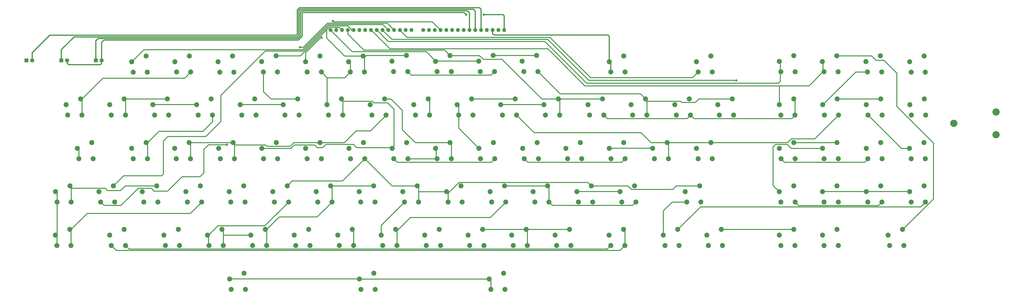
<source format=gbr>
%TF.GenerationSoftware,KiCad,Pcbnew,8.0.7*%
%TF.CreationDate,2025-01-29T20:52:18+00:00*%
%TF.ProjectId,Master-Keyboard_MX,4d617374-6572-42d4-9b65-79626f617264,rev?*%
%TF.SameCoordinates,Original*%
%TF.FileFunction,Copper,L1,Top*%
%TF.FilePolarity,Positive*%
%FSLAX46Y46*%
G04 Gerber Fmt 4.6, Leading zero omitted, Abs format (unit mm)*
G04 Created by KiCad (PCBNEW 8.0.7) date 2025-01-29 20:52:18*
%MOMM*%
%LPD*%
G01*
G04 APERTURE LIST*
%TA.AperFunction,ComponentPad*%
%ADD10C,2.200000*%
%TD*%
%TA.AperFunction,ComponentPad*%
%ADD11R,1.800000X1.800000*%
%TD*%
%TA.AperFunction,ComponentPad*%
%ADD12C,1.800000*%
%TD*%
%TA.AperFunction,ComponentPad*%
%ADD13C,1.700000*%
%TD*%
%TA.AperFunction,ComponentPad*%
%ADD14O,1.700000X1.700000*%
%TD*%
%TA.AperFunction,ComponentPad*%
%ADD15C,3.200000*%
%TD*%
%TA.AperFunction,ViaPad*%
%ADD16C,1.000000*%
%TD*%
%TA.AperFunction,Conductor*%
%ADD17C,0.400000*%
%TD*%
%TA.AperFunction,Conductor*%
%ADD18C,0.500000*%
%TD*%
G04 APERTURE END LIST*
D10*
%TO.P,SW60,1,A*%
%TO.N,ROW2*%
X147275000Y-246520000D03*
X147855000Y-253590000D03*
%TO.P,SW60,2,B*%
%TO.N,COL4*%
X140925000Y-249060000D03*
X141625000Y-253590000D03*
%TD*%
%TO.P,SW55,1,A*%
%TO.N,ROW1*%
X109055000Y-246520000D03*
X109635000Y-253590000D03*
%TO.P,SW55,2,B*%
%TO.N,COL2*%
X102705000Y-249060000D03*
X103405000Y-253590000D03*
%TD*%
%TO.P,SW45,1,A*%
%TO.N,ROW5*%
X342520000Y-284705000D03*
X343100000Y-291775000D03*
%TO.P,SW45,2,B*%
%TO.N,COL11*%
X336170000Y-287245000D03*
X336870000Y-291775000D03*
%TD*%
%TO.P,SW1,1,A*%
%TO.N,ROW7*%
X80255000Y-227310000D03*
X80835000Y-234380000D03*
%TO.P,SW1,2,B*%
%TO.N,COL2*%
X73905000Y-229850000D03*
X74605000Y-234380000D03*
%TD*%
%TO.P,SW41,1,A*%
%TO.N,ROW5*%
X285375000Y-265555000D03*
X285955000Y-272625000D03*
%TO.P,SW41,2,B*%
%TO.N,COL9*%
X279025000Y-268095000D03*
X279725000Y-272625000D03*
%TD*%
%TO.P,SW90,1,A*%
%TO.N,ROW6*%
X152075000Y-304025000D03*
X152655000Y-311095000D03*
%TO.P,SW90,2,B*%
%TO.N,COL4*%
X145725000Y-306565000D03*
X146425000Y-311095000D03*
%TD*%
%TO.P,SW82,1,A*%
%TO.N,ROW1*%
X347540000Y-227310000D03*
X348120000Y-234380000D03*
%TO.P,SW82,2,B*%
%TO.N,COL11*%
X341190000Y-229850000D03*
X341890000Y-234380000D03*
%TD*%
%TO.P,SW88,1,A*%
%TO.N,ROW1*%
X393435000Y-227310000D03*
X394015000Y-234380000D03*
%TO.P,SW88,2,B*%
%TO.N,COL13*%
X387085000Y-229850000D03*
X387785000Y-234380000D03*
%TD*%
%TO.P,SW14,1,A*%
%TO.N,ROW6*%
X85165000Y-246520000D03*
X85745000Y-253590000D03*
%TO.P,SW14,2,B*%
%TO.N,COL2*%
X78815000Y-249060000D03*
X79515000Y-253590000D03*
%TD*%
%TO.P,SW36,1,A*%
%TO.N,ROW4*%
X204495000Y-246520000D03*
X205075000Y-253590000D03*
%TO.P,SW36,2,B*%
%TO.N,COL6*%
X198145000Y-249060000D03*
X198845000Y-253590000D03*
%TD*%
%TO.P,SW30,1,A*%
%TO.N,ROW4*%
X113695000Y-265555000D03*
X114275000Y-272625000D03*
%TO.P,SW30,2,B*%
%TO.N,COL3*%
X107345000Y-268095000D03*
X108045000Y-272625000D03*
%TD*%
%TO.P,SW87,1,A*%
%TO.N,ROW2*%
X431690000Y-227310000D03*
X432270000Y-234380000D03*
%TO.P,SW87,2,B*%
%TO.N,COL13*%
X425340000Y-229850000D03*
X426040000Y-234380000D03*
%TD*%
D11*
%TO.P,D15,1,K*%
%TO.N,LED2*%
X71820000Y-210345000D03*
D12*
%TO.P,D15,2,A*%
%TO.N,+5V*%
X74360000Y-210345000D03*
%TD*%
D10*
%TO.P,SW16,1,A*%
%TO.N,ROW6*%
X209075000Y-304025000D03*
X209655000Y-311095000D03*
%TO.P,SW16,2,B*%
%TO.N,COL4*%
X202725000Y-306565000D03*
X203425000Y-311095000D03*
%TD*%
%TO.P,SW37,1,A*%
%TO.N,ROW5*%
X218605000Y-284705000D03*
X219185000Y-291775000D03*
%TO.P,SW37,2,B*%
%TO.N,COL7*%
X212255000Y-287245000D03*
X212955000Y-291775000D03*
%TD*%
%TO.P,SW21,1,A*%
%TO.N,ROW6*%
X275915000Y-284705000D03*
X276495000Y-291775000D03*
%TO.P,SW21,2,B*%
%TO.N,COL9*%
X269565000Y-287245000D03*
X270265000Y-291775000D03*
%TD*%
%TO.P,SW38,1,A*%
%TO.N,ROW4*%
X228145000Y-265555000D03*
X228725000Y-272625000D03*
%TO.P,SW38,2,B*%
%TO.N,COL7*%
X221795000Y-268095000D03*
X222495000Y-272625000D03*
%TD*%
%TO.P,SW67,1,A*%
%TO.N,COL6*%
X185420000Y-208360000D03*
X186000000Y-215430000D03*
%TO.P,SW67,2,B*%
%TO.N,ROW1*%
X179070000Y-210900000D03*
X179770000Y-215430000D03*
%TD*%
D13*
%TO.P,PL1,1,Pin_1*%
%TO.N,COL8*%
X190040000Y-197000000D03*
D14*
%TO.P,PL1,2,Pin_2*%
%TO.N,BATT*%
X192580000Y-197000000D03*
%TO.P,PL1,3,Pin_3*%
%TO.N,ROW7*%
X195120000Y-197000000D03*
%TO.P,PL1,4,Pin_4*%
%TO.N,ROW1*%
X197660000Y-197000000D03*
%TO.P,PL1,5,Pin_5*%
%TO.N,ROW0*%
X200200000Y-197000000D03*
%TO.P,PL1,6,Pin_6*%
%TO.N,ROW5*%
X202740000Y-197000000D03*
%TO.P,PL1,7,Pin_7*%
%TO.N,ROW6*%
X205280000Y-197000000D03*
%TO.P,PL1,8,Pin_8*%
%TO.N,COL13*%
X207820000Y-197000000D03*
%TO.P,PL1,9,Pin_9*%
%TO.N,COL12*%
X210360000Y-197000000D03*
%TO.P,PL1,10,Pin_10*%
%TO.N,COL14*%
X212900000Y-197000000D03*
%TO.P,PL1,11,Pin_11*%
%TO.N,COL2*%
X215440000Y-197000000D03*
%TO.P,PL1,12,Pin_12*%
%TO.N,COL4*%
X217980000Y-197000000D03*
%TO.P,PL1,13,Pin_13*%
%TO.N,COL11*%
X220520000Y-197000000D03*
%TO.P,PL1,14,Pin_14*%
%TO.N,COL6*%
X223060000Y-197000000D03*
%TO.P,PL1,15,Pin_15*%
%TO.N,COL7*%
X225600000Y-197000000D03*
%TD*%
D10*
%TO.P,SW20,1,A*%
%TO.N,ROW6*%
X256805000Y-284705000D03*
X257385000Y-291775000D03*
%TO.P,SW20,2,B*%
%TO.N,COL8*%
X250455000Y-287245000D03*
X251155000Y-291775000D03*
%TD*%
%TO.P,SW39,1,A*%
%TO.N,ROW5*%
X266425000Y-265555000D03*
X267005000Y-272625000D03*
%TO.P,SW39,2,B*%
%TO.N,COL8*%
X260075000Y-268095000D03*
X260775000Y-272625000D03*
%TD*%
%TO.P,SW10,1,A*%
%TO.N,ROW7*%
X366430000Y-227310000D03*
X367010000Y-234380000D03*
%TO.P,SW10,2,B*%
%TO.N,COL11*%
X360080000Y-229850000D03*
X360780000Y-234380000D03*
%TD*%
%TO.P,SW8,1,A*%
%TO.N,ROW7*%
X280540000Y-208150000D03*
X281120000Y-215220000D03*
%TO.P,SW8,2,B*%
%TO.N,COL9*%
X274190000Y-210690000D03*
X274890000Y-215220000D03*
%TD*%
%TO.P,SW23,1,A*%
%TO.N,ROW6*%
X361590000Y-284705000D03*
X362170000Y-291775000D03*
%TO.P,SW23,2,B*%
%TO.N,COL11*%
X355240000Y-287245000D03*
X355940000Y-291775000D03*
%TD*%
%TO.P,SW64,1,A*%
%TO.N,COL5*%
X175640000Y-227310000D03*
X176220000Y-234380000D03*
%TO.P,SW64,2,B*%
%TO.N,ROW1*%
X169290000Y-229850000D03*
X169990000Y-234380000D03*
%TD*%
%TO.P,SW32,1,A*%
%TO.N,COL4*%
X142335000Y-284705000D03*
X142915000Y-291775000D03*
%TO.P,SW32,2,B*%
%TO.N,ROW4*%
X135985000Y-287245000D03*
X136685000Y-291775000D03*
%TD*%
%TO.P,SW27,1,A*%
%TO.N,ROW5*%
X75505000Y-284705000D03*
X76085000Y-291775000D03*
%TO.P,SW27,2,B*%
%TO.N,COL2*%
X69155000Y-287245000D03*
X69855000Y-291775000D03*
%TD*%
D13*
%TO.P,PL2,1,Pin_1*%
%TO.N,COL10*%
X230720000Y-197000000D03*
D14*
%TO.P,PL2,2,Pin_2*%
%TO.N,COL9*%
X233260000Y-197000000D03*
%TO.P,PL2,3,Pin_3*%
%TO.N,COL5*%
X235800000Y-197000000D03*
%TO.P,PL2,4,Pin_4*%
%TO.N,COL3*%
X238340000Y-197000000D03*
%TO.P,PL2,5,Pin_5*%
%TO.N,ROW2*%
X240880000Y-197000000D03*
%TO.P,PL2,6,Pin_6*%
%TO.N,ROW3*%
X243420000Y-197000000D03*
%TO.P,PL2,7,Pin_7*%
%TO.N,ROW4*%
X245960000Y-197000000D03*
%TO.P,PL2,8,Pin_8*%
%TO.N,COL0*%
X248500000Y-197000000D03*
%TO.P,PL2,9,Pin_9*%
%TO.N,LED3*%
X251040000Y-197000000D03*
%TO.P,PL2,10,Pin_10*%
%TO.N,LED2*%
X253580000Y-197000000D03*
%TO.P,PL2,11,Pin_11*%
%TO.N,LED1*%
X256120000Y-197000000D03*
%TO.P,PL2,12,Pin_12*%
%TO.N,COL1*%
X258660000Y-197000000D03*
%TO.P,PL2,13,Pin_13*%
%TO.N,~{RST}*%
X261200000Y-197000000D03*
%TO.P,PL2,14,Pin_14*%
%TO.N,GND*%
X263740000Y-197000000D03*
%TO.P,PL2,15,Pin_15*%
%TO.N,+5V*%
X266280000Y-197000000D03*
%TD*%
D10*
%TO.P,SW75,1,A*%
%TO.N,ROW2*%
X271145000Y-227310000D03*
X271725000Y-234380000D03*
%TO.P,SW75,2,B*%
%TO.N,COL9*%
X264795000Y-229850000D03*
X265495000Y-234380000D03*
%TD*%
%TO.P,SW26,1,A*%
%TO.N,ROW6*%
X431615000Y-265555000D03*
X432195000Y-272625000D03*
%TO.P,SW26,2,B*%
%TO.N,COL14*%
X425265000Y-268095000D03*
X425965000Y-272625000D03*
%TD*%
%TO.P,SW69,1,A*%
%TO.N,ROW2*%
X242495000Y-246520000D03*
X243075000Y-253590000D03*
%TO.P,SW69,2,B*%
%TO.N,COL7*%
X236145000Y-249060000D03*
X236845000Y-253590000D03*
%TD*%
%TO.P,SW58,1,A*%
%TO.N,ROW1*%
X137620000Y-227310000D03*
X138200000Y-234380000D03*
%TO.P,SW58,2,B*%
%TO.N,COL3*%
X131270000Y-229850000D03*
X131970000Y-234380000D03*
%TD*%
D11*
%TO.P,D17,1,K*%
%TO.N,GND*%
X56500000Y-210345000D03*
D12*
%TO.P,D17,2,A*%
%TO.N,LED1*%
X59040000Y-210345000D03*
%TD*%
D10*
%TO.P,SW79,1,A*%
%TO.N,ROW1*%
X309480000Y-227310000D03*
X310060000Y-234380000D03*
%TO.P,SW79,2,B*%
%TO.N,COL10*%
X303130000Y-229850000D03*
X303830000Y-234380000D03*
%TD*%
%TO.P,SW76,1,A*%
%TO.N,ROW1*%
X290080000Y-227310000D03*
X290660000Y-234380000D03*
%TO.P,SW76,2,B*%
%TO.N,COL9*%
X283730000Y-229850000D03*
X284430000Y-234380000D03*
%TD*%
%TO.P,SW63,1,A*%
%TO.N,ROW2*%
X185425000Y-246520000D03*
X186005000Y-253590000D03*
%TO.P,SW63,2,B*%
%TO.N,COL5*%
X179075000Y-249060000D03*
X179775000Y-253590000D03*
%TD*%
%TO.P,SW40,1,A*%
%TO.N,COL8*%
X247300000Y-265555000D03*
X247880000Y-272625000D03*
%TO.P,SW40,2,B*%
%TO.N,ROW4*%
X240950000Y-268095000D03*
X241650000Y-272625000D03*
%TD*%
%TO.P,SW68,1,A*%
%TO.N,COL7*%
X223465000Y-246520000D03*
X224045000Y-253590000D03*
%TO.P,SW68,2,B*%
%TO.N,ROW3*%
X217115000Y-249060000D03*
X217815000Y-253590000D03*
%TD*%
%TO.P,SW54,1,A*%
%TO.N,ROW2*%
X109040000Y-208410000D03*
X109620000Y-215480000D03*
%TO.P,SW54,2,B*%
%TO.N,COL2*%
X102690000Y-210950000D03*
X103390000Y-215480000D03*
%TD*%
%TO.P,SW3,1,A*%
%TO.N,ROW7*%
X147025000Y-208435000D03*
X147605000Y-215505000D03*
%TO.P,SW3,2,B*%
%TO.N,COL4*%
X140675000Y-210975000D03*
X141375000Y-215505000D03*
%TD*%
%TO.P,SW89,1,A*%
%TO.N,ROW3*%
X441215000Y-284705000D03*
X441795000Y-291775000D03*
%TO.P,SW89,2,B*%
%TO.N,COL14*%
X434865000Y-287245000D03*
X435565000Y-291775000D03*
%TD*%
%TO.P,SW50,1,A*%
%TO.N,ROW4*%
X450650000Y-246520000D03*
X451230000Y-253590000D03*
%TO.P,SW50,2,B*%
%TO.N,COL13*%
X444300000Y-249060000D03*
X445000000Y-253590000D03*
%TD*%
%TO.P,SW13,1,A*%
%TO.N,ROW7*%
X412445000Y-265555000D03*
X413025000Y-272625000D03*
%TO.P,SW13,2,B*%
%TO.N,COL14*%
X406095000Y-268095000D03*
X406795000Y-272625000D03*
%TD*%
%TO.P,SW28,1,A*%
%TO.N,ROW4*%
X75585000Y-265555000D03*
X76165000Y-272625000D03*
%TO.P,SW28,2,B*%
%TO.N,COL2*%
X69235000Y-268095000D03*
X69935000Y-272625000D03*
%TD*%
%TO.P,SW9,1,A*%
%TO.N,ROW7*%
X328360000Y-227310000D03*
X328940000Y-234380000D03*
%TO.P,SW9,2,B*%
%TO.N,COL10*%
X322010000Y-229850000D03*
X322710000Y-234380000D03*
%TD*%
%TO.P,SW24,1,A*%
%TO.N,ROW6*%
X393435000Y-284705000D03*
X394015000Y-291775000D03*
%TO.P,SW24,2,B*%
%TO.N,COL12*%
X387085000Y-287245000D03*
X387785000Y-291775000D03*
%TD*%
%TO.P,SW78,1,A*%
%TO.N,ROW2*%
X337860000Y-246520000D03*
X338440000Y-253590000D03*
%TO.P,SW78,2,B*%
%TO.N,COL10*%
X331510000Y-249060000D03*
X332210000Y-253590000D03*
%TD*%
%TO.P,SW62,1,A*%
%TO.N,COL5*%
X166245000Y-246520000D03*
X166825000Y-253590000D03*
%TO.P,SW62,2,B*%
%TO.N,ROW3*%
X159895000Y-249060000D03*
X160595000Y-253590000D03*
%TD*%
D11*
%TO.P,D16,1,K*%
%TO.N,LED3*%
X87010000Y-210345000D03*
D12*
%TO.P,D16,2,A*%
%TO.N,+5V*%
X89550000Y-210345000D03*
%TD*%
D10*
%TO.P,SW49,1,A*%
%TO.N,ROW5*%
X450665000Y-208435000D03*
X451245000Y-215505000D03*
%TO.P,SW49,2,B*%
%TO.N,COL13*%
X444315000Y-210975000D03*
X445015000Y-215505000D03*
%TD*%
%TO.P,SW43,1,A*%
%TO.N,ROW5*%
X323555000Y-265555000D03*
X324135000Y-272625000D03*
%TO.P,SW43,2,B*%
%TO.N,COL10*%
X317205000Y-268095000D03*
X317905000Y-272625000D03*
%TD*%
D15*
%TO.P,BT1,1,+*%
%TO.N,BATT*%
X482260000Y-233020000D03*
X482260000Y-243020000D03*
%TO.P,BT1,2,-*%
%TO.N,GND*%
X463760000Y-238020000D03*
%TD*%
D10*
%TO.P,SW29,1,A*%
%TO.N,ROW5*%
X132880000Y-265555000D03*
X133460000Y-272625000D03*
%TO.P,SW29,2,B*%
%TO.N,COL3*%
X126530000Y-268095000D03*
X127230000Y-272625000D03*
%TD*%
%TO.P,SW2,1,A*%
%TO.N,ROW7*%
X128060000Y-208360000D03*
X128640000Y-215430000D03*
%TO.P,SW2,2,B*%
%TO.N,COL3*%
X121710000Y-210900000D03*
X122410000Y-215430000D03*
%TD*%
%TO.P,SW71,1,A*%
%TO.N,ROW3*%
X261550000Y-246520000D03*
X262130000Y-253590000D03*
%TO.P,SW71,2,B*%
%TO.N,COL8*%
X255200000Y-249060000D03*
X255900000Y-253590000D03*
%TD*%
%TO.P,SW7,1,A*%
%TO.N,ROW7*%
X261460000Y-208150000D03*
X262040000Y-215220000D03*
%TO.P,SW7,2,B*%
%TO.N,COL8*%
X255110000Y-210690000D03*
X255810000Y-215220000D03*
%TD*%
%TO.P,SW80,1,A*%
%TO.N,ROW3*%
X357090000Y-208370000D03*
X357670000Y-215440000D03*
%TO.P,SW80,2,B*%
%TO.N,COL11*%
X350740000Y-210910000D03*
X351440000Y-215440000D03*
%TD*%
%TO.P,SW46,1,A*%
%TO.N,ROW4*%
X352115000Y-265555000D03*
X352695000Y-272625000D03*
%TO.P,SW46,2,B*%
%TO.N,COL11*%
X345765000Y-268095000D03*
X346465000Y-272625000D03*
%TD*%
%TO.P,SW4,1,A*%
%TO.N,ROW7*%
X166170000Y-208310000D03*
X166750000Y-215380000D03*
%TO.P,SW4,2,B*%
%TO.N,COL5*%
X159820000Y-210850000D03*
X160520000Y-215380000D03*
%TD*%
%TO.P,SW92,1,A*%
%TO.N,COL1*%
X99435000Y-284705000D03*
X100015000Y-291775000D03*
%TO.P,SW92,2,B*%
%TO.N,ROW0*%
X93085000Y-287245000D03*
X93785000Y-291775000D03*
%TD*%
%TO.P,SW12,1,A*%
%TO.N,ROW7*%
X412445000Y-246520000D03*
X413025000Y-253590000D03*
%TO.P,SW12,2,B*%
%TO.N,COL13*%
X406095000Y-249060000D03*
X406795000Y-253590000D03*
%TD*%
%TO.P,SW25,1,A*%
%TO.N,ROW6*%
X393445000Y-265555000D03*
X394025000Y-272625000D03*
%TO.P,SW25,2,B*%
%TO.N,COL13*%
X387095000Y-268095000D03*
X387795000Y-272625000D03*
%TD*%
%TO.P,SW51,1,A*%
%TO.N,ROW5*%
X450690000Y-265555000D03*
X451270000Y-272625000D03*
%TO.P,SW51,2,B*%
%TO.N,COL14*%
X444340000Y-268095000D03*
X445040000Y-272625000D03*
%TD*%
%TO.P,SW61,1,A*%
%TO.N,COL4*%
X156710000Y-227310000D03*
X157290000Y-234380000D03*
%TO.P,SW61,2,B*%
%TO.N,ROW1*%
X150360000Y-229850000D03*
X151060000Y-234380000D03*
%TD*%
%TO.P,SW22,1,A*%
%TO.N,ROW6*%
X294995000Y-284705000D03*
X295575000Y-291775000D03*
%TO.P,SW22,2,B*%
%TO.N,COL10*%
X288645000Y-287245000D03*
X289345000Y-291775000D03*
%TD*%
%TO.P,SW33,1,A*%
%TO.N,ROW5*%
X190115000Y-265555000D03*
X190695000Y-272625000D03*
%TO.P,SW33,2,B*%
%TO.N,COL5*%
X183765000Y-268095000D03*
X184465000Y-272625000D03*
%TD*%
%TO.P,SW34,1,A*%
%TO.N,ROW4*%
X171025000Y-265555000D03*
X171605000Y-272625000D03*
%TO.P,SW34,2,B*%
%TO.N,COL5*%
X164675000Y-268095000D03*
X165375000Y-272625000D03*
%TD*%
%TO.P,SW70,1,A*%
%TO.N,ROW1*%
X232960000Y-227310000D03*
X233540000Y-234380000D03*
%TO.P,SW70,2,B*%
%TO.N,COL7*%
X226610000Y-229850000D03*
X227310000Y-234380000D03*
%TD*%
%TO.P,SW31,1,A*%
%TO.N,ROW5*%
X161425000Y-284705000D03*
X162005000Y-291775000D03*
%TO.P,SW31,2,B*%
%TO.N,COL4*%
X155075000Y-287245000D03*
X155775000Y-291775000D03*
%TD*%
%TO.P,SW15,1,A*%
%TO.N,ROW6*%
X123170000Y-284705000D03*
X123750000Y-291775000D03*
%TO.P,SW15,2,B*%
%TO.N,COL3*%
X116820000Y-287245000D03*
X117520000Y-291775000D03*
%TD*%
%TO.P,SW48,1,A*%
%TO.N,ROW4*%
X431485000Y-208315000D03*
X432065000Y-215385000D03*
%TO.P,SW48,2,B*%
%TO.N,COL12*%
X425135000Y-210855000D03*
X425835000Y-215385000D03*
%TD*%
%TO.P,SW18,1,A*%
%TO.N,COL6*%
X199570000Y-284705000D03*
X200150000Y-291775000D03*
%TO.P,SW18,2,B*%
%TO.N,ROW6*%
X193220000Y-287245000D03*
X193920000Y-291775000D03*
%TD*%
%TO.P,SW42,1,A*%
%TO.N,ROW4*%
X299765000Y-246520000D03*
X300345000Y-253590000D03*
%TO.P,SW42,2,B*%
%TO.N,COL9*%
X293415000Y-249060000D03*
X294115000Y-253590000D03*
%TD*%
%TO.P,SW5,1,A*%
%TO.N,ROW7*%
X204340000Y-208390000D03*
X204920000Y-215460000D03*
%TO.P,SW5,2,B*%
%TO.N,COL6*%
X197990000Y-210930000D03*
X198690000Y-215460000D03*
%TD*%
%TO.P,SW11,1,A*%
%TO.N,ROW7*%
X393495000Y-246520000D03*
X394075000Y-253590000D03*
%TO.P,SW11,2,B*%
%TO.N,COL12*%
X387145000Y-249060000D03*
X387845000Y-253590000D03*
%TD*%
%TO.P,SW86,1,A*%
%TO.N,ROW3*%
X412370000Y-208290000D03*
X412950000Y-215360000D03*
%TO.P,SW86,2,B*%
%TO.N,COL13*%
X406020000Y-210830000D03*
X406720000Y-215360000D03*
%TD*%
%TO.P,SW72,1,A*%
%TO.N,ROW2*%
X251975000Y-227310000D03*
X252555000Y-234380000D03*
%TO.P,SW72,2,B*%
%TO.N,COL8*%
X245625000Y-229850000D03*
X246325000Y-234380000D03*
%TD*%
%TO.P,SW66,1,A*%
%TO.N,ROW2*%
X213825000Y-227310000D03*
X214405000Y-234380000D03*
%TO.P,SW66,2,B*%
%TO.N,COL6*%
X207475000Y-229850000D03*
X208175000Y-234380000D03*
%TD*%
%TO.P,SW47,1,A*%
%TO.N,ROW5*%
X450770000Y-227310000D03*
X451350000Y-234380000D03*
%TO.P,SW47,2,B*%
%TO.N,COL12*%
X444420000Y-229850000D03*
X445120000Y-234380000D03*
%TD*%
%TO.P,SW17,1,A*%
%TO.N,ROW6*%
X180460000Y-284705000D03*
X181040000Y-291775000D03*
%TO.P,SW17,2,B*%
%TO.N,COL5*%
X174110000Y-287245000D03*
X174810000Y-291775000D03*
%TD*%
%TO.P,SW44,1,A*%
%TO.N,ROW4*%
X304545000Y-265555000D03*
X305125000Y-272625000D03*
%TO.P,SW44,2,B*%
%TO.N,COL10*%
X298195000Y-268095000D03*
X298895000Y-272625000D03*
%TD*%
%TO.P,SW95,1,A*%
%TO.N,GND*%
X318800000Y-208380000D03*
X319380000Y-215450000D03*
%TO.P,SW95,2,B*%
%TO.N,~{RST}*%
X312450000Y-210920000D03*
X313150000Y-215450000D03*
%TD*%
%TO.P,SW81,1,A*%
%TO.N,ROW2*%
X357095000Y-246520000D03*
X357675000Y-253590000D03*
%TO.P,SW81,2,B*%
%TO.N,COL11*%
X350745000Y-249060000D03*
X351445000Y-253590000D03*
%TD*%
%TO.P,SW53,1,A*%
%TO.N,ROW3*%
X99435000Y-227310000D03*
X100015000Y-234380000D03*
%TO.P,SW53,2,B*%
%TO.N,COL2*%
X93085000Y-229850000D03*
X93785000Y-234380000D03*
%TD*%
%TO.P,SW52,1,A*%
%TO.N,ROW4*%
X412445000Y-284705000D03*
X413025000Y-291775000D03*
%TO.P,SW52,2,B*%
%TO.N,COL14*%
X406095000Y-287245000D03*
X406795000Y-291775000D03*
%TD*%
%TO.P,SW73,1,A*%
%TO.N,ROW1*%
X242520000Y-208190000D03*
X243100000Y-215260000D03*
%TO.P,SW73,2,B*%
%TO.N,COL8*%
X236170000Y-210730000D03*
X236870000Y-215260000D03*
%TD*%
%TO.P,SW59,1,A*%
%TO.N,ROW3*%
X151915000Y-265555000D03*
X152495000Y-272625000D03*
%TO.P,SW59,2,B*%
%TO.N,COL4*%
X145565000Y-268095000D03*
X146265000Y-272625000D03*
%TD*%
%TO.P,SW85,1,A*%
%TO.N,ROW1*%
X431665000Y-246520000D03*
X432245000Y-253590000D03*
%TO.P,SW85,2,B*%
%TO.N,COL12*%
X425315000Y-249060000D03*
X426015000Y-253590000D03*
%TD*%
%TO.P,SW94,1,A*%
%TO.N,ROW0*%
X318730000Y-284705000D03*
X319310000Y-291775000D03*
%TO.P,SW94,2,B*%
%TO.N,COL1*%
X312380000Y-287245000D03*
X313080000Y-291775000D03*
%TD*%
%TO.P,SW93,1,A*%
%TO.N,ROW0*%
X94715000Y-265555000D03*
X95295000Y-272625000D03*
%TO.P,SW93,2,B*%
%TO.N,COL0*%
X88365000Y-268095000D03*
X89065000Y-272625000D03*
%TD*%
%TO.P,SW77,1,A*%
%TO.N,ROW3*%
X318810000Y-246520000D03*
X319390000Y-253590000D03*
%TO.P,SW77,2,B*%
%TO.N,COL10*%
X312460000Y-249060000D03*
X313160000Y-253590000D03*
%TD*%
%TO.P,SW35,1,A*%
%TO.N,ROW5*%
X208985000Y-265555000D03*
X209565000Y-272625000D03*
%TO.P,SW35,2,B*%
%TO.N,COL6*%
X202635000Y-268095000D03*
X203335000Y-272625000D03*
%TD*%
%TO.P,SW83,1,A*%
%TO.N,ROW3*%
X393455000Y-208265000D03*
X394035000Y-215335000D03*
%TO.P,SW83,2,B*%
%TO.N,COL12*%
X387105000Y-210805000D03*
X387805000Y-215335000D03*
%TD*%
%TO.P,SW6,1,A*%
%TO.N,ROW7*%
X223380000Y-208150000D03*
X223960000Y-215220000D03*
%TO.P,SW6,2,B*%
%TO.N,COL7*%
X217030000Y-210690000D03*
X217730000Y-215220000D03*
%TD*%
%TO.P,SW56,1,A*%
%TO.N,ROW3*%
X118425000Y-227310000D03*
X119005000Y-234380000D03*
%TO.P,SW56,2,B*%
%TO.N,COL3*%
X112075000Y-229850000D03*
X112775000Y-234380000D03*
%TD*%
%TO.P,SW19,1,A*%
%TO.N,ROW6*%
X237760000Y-284705000D03*
X238340000Y-291775000D03*
%TO.P,SW19,2,B*%
%TO.N,COL7*%
X231410000Y-287245000D03*
X232110000Y-291775000D03*
%TD*%
%TO.P,SW91,1,A*%
%TO.N,ROW6*%
X266075000Y-304025000D03*
X266655000Y-311095000D03*
%TO.P,SW91,2,B*%
%TO.N,COL4*%
X259725000Y-306565000D03*
X260425000Y-311095000D03*
%TD*%
%TO.P,SW84,1,A*%
%TO.N,ROW2*%
X412540000Y-227310000D03*
X413120000Y-234380000D03*
%TO.P,SW84,2,B*%
%TO.N,COL12*%
X406190000Y-229850000D03*
X406890000Y-234380000D03*
%TD*%
%TO.P,SW65,1,A*%
%TO.N,ROW3*%
X194850000Y-227310000D03*
X195430000Y-234380000D03*
%TO.P,SW65,2,B*%
%TO.N,COL6*%
X188500000Y-229850000D03*
X189200000Y-234380000D03*
%TD*%
%TO.P,SW57,1,A*%
%TO.N,ROW2*%
X127970000Y-246520000D03*
X128550000Y-253590000D03*
%TO.P,SW57,2,B*%
%TO.N,COL3*%
X121620000Y-249060000D03*
X122320000Y-253590000D03*
%TD*%
%TO.P,SW74,1,A*%
%TO.N,COL9*%
X280755000Y-246520000D03*
X281335000Y-253590000D03*
%TO.P,SW74,2,B*%
%TO.N,ROW3*%
X274405000Y-249060000D03*
X275105000Y-253590000D03*
%TD*%
D16*
%TO.N,+5V*%
X249575000Y-190225000D03*
X257300000Y-190225000D03*
%TO.N,ROW1*%
X186095475Y-200300000D03*
%TO.N,COL0*%
X144535600Y-247459300D03*
%TO.N,COL3*%
X191000000Y-193017400D03*
%TO.N,COL4*%
X176650000Y-204600000D03*
%TO.N,COL14*%
X368271900Y-219153100D03*
%TD*%
D17*
%TO.N,ROW4*%
X99845000Y-265555000D02*
X113695000Y-265555000D01*
X92070000Y-267570000D02*
X97830000Y-267570000D01*
X97830000Y-267570000D02*
X99845000Y-265555000D01*
X91087400Y-266587400D02*
X92070000Y-267570000D01*
X76165000Y-266587400D02*
X91087400Y-266587400D01*
%TO.N,ROW2*%
X330747200Y-246520000D02*
X337860000Y-246520000D01*
X326307200Y-242080000D02*
X330747200Y-246520000D01*
X279425000Y-242080000D02*
X326307200Y-242080000D01*
X271725000Y-234380000D02*
X279425000Y-242080000D01*
%TO.N,ROW3*%
X172597600Y-249060000D02*
X159895000Y-249060000D01*
X182964800Y-247544800D02*
X174112800Y-247544800D01*
X184140000Y-248720000D02*
X182964800Y-247544800D01*
X174112800Y-247544800D02*
X172597600Y-249060000D01*
X186520000Y-248720000D02*
X184140000Y-248720000D01*
X187950000Y-247290000D02*
X186520000Y-248720000D01*
X201459100Y-248679100D02*
X200070000Y-247290000D01*
X200070000Y-247290000D02*
X187950000Y-247290000D01*
X217115000Y-248679100D02*
X201459100Y-248679100D01*
%TO.N,ROW2*%
X221500000Y-232260000D02*
X216550000Y-227310000D01*
X221500000Y-240790000D02*
X221500000Y-232260000D01*
X227230000Y-246520000D02*
X221500000Y-240790000D01*
X242495000Y-246520000D02*
X227230000Y-246520000D01*
X216550000Y-227310000D02*
X213825000Y-227310000D01*
X201280000Y-241350000D02*
X196110000Y-246520000D01*
X207510000Y-241350000D02*
X201280000Y-241350000D01*
X214405000Y-234380000D02*
X214405000Y-234455000D01*
X214405000Y-234455000D02*
X207510000Y-241350000D01*
X196110000Y-246520000D02*
X185425000Y-246520000D01*
%TO.N,COL11*%
X336170000Y-276490000D02*
X336170000Y-287245000D01*
X340035000Y-272625000D02*
X336170000Y-276490000D01*
X346465000Y-272625000D02*
X340035000Y-272625000D01*
%TO.N,ROW5*%
X225080000Y-279390000D02*
X219185000Y-285285000D01*
X260240000Y-279390000D02*
X225080000Y-279390000D01*
X267005000Y-272625000D02*
X260240000Y-279390000D01*
X167510000Y-279200000D02*
X162005000Y-284705000D01*
X184120000Y-279200000D02*
X167510000Y-279200000D01*
X190695000Y-272625000D02*
X184120000Y-279200000D01*
%TO.N,COL0*%
X134390000Y-249500000D02*
X136430700Y-247459300D01*
X134390000Y-259810000D02*
X134390000Y-249500000D01*
X136430700Y-247459300D02*
X144535600Y-247459300D01*
X132720000Y-261480000D02*
X134390000Y-259810000D01*
X118470000Y-267820000D02*
X124810000Y-261480000D01*
X124810000Y-261480000D02*
X132720000Y-261480000D01*
X111329800Y-266579800D02*
X112570000Y-267820000D01*
X98009100Y-274131000D02*
X105560300Y-266579800D01*
X112570000Y-267820000D02*
X118470000Y-267820000D01*
X90571000Y-274131000D02*
X98009100Y-274131000D01*
X105560300Y-266579800D02*
X111329800Y-266579800D01*
X89065000Y-272625000D02*
X90571000Y-274131000D01*
%TO.N,ROW0*%
X99190700Y-261079300D02*
X94715000Y-265555000D01*
X116627750Y-260282250D02*
X115830700Y-261079300D01*
X116627750Y-245782250D02*
X116627750Y-260282250D01*
X118660000Y-243750000D02*
X116627750Y-245782250D01*
X115830700Y-261079300D02*
X99190700Y-261079300D01*
X141813700Y-237186300D02*
X135250000Y-243750000D01*
X161293400Y-206206600D02*
X141813700Y-225686300D01*
X197623100Y-195127200D02*
X189146956Y-195127200D01*
X189146956Y-195127200D02*
X178067556Y-206206600D01*
X198948300Y-196452400D02*
X197623100Y-195127200D01*
X141813700Y-225686300D02*
X141813700Y-237186300D01*
X178067556Y-206206600D02*
X161293400Y-206206600D01*
X198948300Y-197000000D02*
X198948300Y-196452400D01*
X200200000Y-197000000D02*
X198948300Y-197000000D01*
X135250000Y-243750000D02*
X118660000Y-243750000D01*
D18*
%TO.N,+5V*%
X90575000Y-201375000D02*
X175925000Y-201375000D01*
X74360000Y-210345000D02*
X74360000Y-211535000D01*
X177525000Y-189225000D02*
X248575000Y-189225000D01*
X74360000Y-211535000D02*
X75050000Y-212225000D01*
X89550000Y-202400000D02*
X90575000Y-201375000D01*
X248575000Y-189225000D02*
X249575000Y-190225000D01*
X257300000Y-190225000D02*
X265775000Y-190225000D01*
X75050000Y-212225000D02*
X89025000Y-212225000D01*
X266280000Y-190730000D02*
X266280000Y-197000000D01*
X175925000Y-201375000D02*
X177525000Y-199775000D01*
X89550000Y-211700000D02*
X89550000Y-210345000D01*
X265775000Y-190225000D02*
X266280000Y-190730000D01*
X177525000Y-199775000D02*
X177525000Y-189225000D01*
X89025000Y-212225000D02*
X89550000Y-211700000D01*
X89550000Y-210345000D02*
X89550000Y-202400000D01*
%TO.N,LED2*%
X253580000Y-188680000D02*
X253580000Y-197000000D01*
X175345100Y-199975000D02*
X176125000Y-199195100D01*
X71820000Y-205605000D02*
X77450000Y-199975000D01*
X71820000Y-210345000D02*
X71820000Y-205605000D01*
X176125000Y-199195100D02*
X176125000Y-188447000D01*
X176747000Y-187825000D02*
X252725000Y-187825000D01*
X77450000Y-199975000D02*
X175345100Y-199975000D01*
X176125000Y-188447000D02*
X176747000Y-187825000D01*
X252725000Y-187825000D02*
X253580000Y-188680000D01*
D17*
%TO.N,ROW0*%
X317158800Y-293926200D02*
X319310000Y-291775000D01*
X319310000Y-285285000D02*
X319310000Y-291775000D01*
X318730000Y-284705000D02*
X319310000Y-285285000D01*
X93785000Y-291775000D02*
X95936200Y-293926200D01*
X95936200Y-293926200D02*
X317158800Y-293926200D01*
%TO.N,ROW1*%
X134000000Y-241500000D02*
X114655000Y-241500000D01*
X109635000Y-246520000D02*
X109635000Y-253590000D01*
X185671212Y-200300000D02*
X179070000Y-206901212D01*
X320959300Y-235881300D02*
X320559300Y-235881300D01*
X233540000Y-227890000D02*
X233540000Y-234380000D01*
X114655000Y-241500000D02*
X109635000Y-246520000D01*
X242520000Y-208190000D02*
X255495100Y-208190000D01*
X242520000Y-208190000D02*
X240129200Y-205799200D01*
X204699200Y-205799200D02*
X197660000Y-198760000D01*
X290080000Y-227310000D02*
X290660000Y-227890000D01*
X232960000Y-227310000D02*
X233540000Y-227890000D01*
X290660000Y-227890000D02*
X290660000Y-234380000D01*
X311560200Y-235880200D02*
X310060000Y-234380000D01*
X169290000Y-229850000D02*
X169169200Y-229729200D01*
X150480800Y-229729200D02*
X150360000Y-229850000D01*
X169169200Y-229729200D02*
X150480800Y-229729200D01*
X265318700Y-209809400D02*
X282819300Y-227310000D01*
X179070000Y-206901212D02*
X179070000Y-210900000D01*
X138200000Y-234380000D02*
X138200000Y-237300000D01*
X197660000Y-198760000D02*
X197660000Y-197000000D01*
X109055000Y-246520000D02*
X109635000Y-246520000D01*
X392512200Y-235882800D02*
X394015000Y-234380000D01*
X240129200Y-205799200D02*
X204699200Y-205799200D01*
X320558200Y-235880200D02*
X311560200Y-235880200D01*
X394015000Y-234380000D02*
X394015000Y-227890000D01*
X282819300Y-227310000D02*
X290080000Y-227310000D01*
X257114500Y-209809400D02*
X265318700Y-209809400D01*
X320959700Y-235881700D02*
X320959300Y-235881300D01*
X186095475Y-200300000D02*
X185671212Y-200300000D01*
X138200000Y-237300000D02*
X134000000Y-241500000D01*
X320559300Y-235881300D02*
X320558200Y-235880200D01*
X348120000Y-234380000D02*
X349622800Y-235882800D01*
X255495100Y-208190000D02*
X257114500Y-209809400D01*
X348120000Y-234380000D02*
X346618300Y-235881700D01*
X291240000Y-227310000D02*
X290660000Y-227890000D01*
X346618300Y-235881700D02*
X320959700Y-235881700D01*
X349622800Y-235882800D02*
X392512200Y-235882800D01*
X394015000Y-227890000D02*
X393435000Y-227310000D01*
X309480000Y-227310000D02*
X291240000Y-227310000D01*
%TO.N,ROW2*%
X185425000Y-246520000D02*
X173905000Y-246520000D01*
X392400000Y-244800000D02*
X390680000Y-246520000D01*
X243075000Y-253590000D02*
X243075000Y-247100000D01*
X338440000Y-247100000D02*
X338440000Y-253590000D01*
X243075000Y-247100000D02*
X242495000Y-246520000D01*
X128550000Y-246520000D02*
X128550000Y-253590000D01*
X173905000Y-246520000D02*
X172344100Y-248080900D01*
X413120000Y-234380000D02*
X402700000Y-244800000D01*
X412540000Y-227310000D02*
X431690000Y-227310000D01*
X147855000Y-247100000D02*
X147855000Y-247495600D01*
X357095000Y-246520000D02*
X339020000Y-246520000D01*
X339020000Y-246520000D02*
X338440000Y-247100000D01*
X128550000Y-246520000D02*
X147275000Y-246520000D01*
X337860000Y-246520000D02*
X338440000Y-247100000D01*
X271145000Y-227310000D02*
X251975000Y-227310000D01*
X390680000Y-246520000D02*
X357095000Y-246520000D01*
X172344100Y-248080900D02*
X162040900Y-248080900D01*
X127970000Y-246520000D02*
X128550000Y-246520000D01*
X402700000Y-244800000D02*
X392400000Y-244800000D01*
X147275000Y-246520000D02*
X147855000Y-247100000D01*
X147855000Y-247495600D02*
X147855000Y-253590000D01*
X161455600Y-247495600D02*
X147855000Y-247495600D01*
X162040900Y-248080900D02*
X161455600Y-247495600D01*
%TO.N,ROW3*%
X208345600Y-228294800D02*
X209020200Y-228969400D01*
X217115000Y-249060000D02*
X217115000Y-248679100D01*
X215080700Y-228969400D02*
X217876700Y-231765400D01*
X99435000Y-227310000D02*
X100015000Y-227310000D01*
X195430000Y-228294800D02*
X195430000Y-234380000D01*
X260603300Y-255116700D02*
X262130000Y-253590000D01*
X275105000Y-253590000D02*
X276620100Y-255105100D01*
X429531700Y-210233600D02*
X433030300Y-210233600D01*
X441331400Y-284705000D02*
X441215000Y-284705000D01*
X219341700Y-255116700D02*
X260603300Y-255116700D01*
X427588100Y-208290000D02*
X429531700Y-210233600D01*
X217876700Y-231765400D02*
X217876700Y-247917400D01*
X276620100Y-255105100D02*
X317874900Y-255105100D01*
X454759900Y-246668100D02*
X454759900Y-271276500D01*
X433030300Y-210233600D02*
X438690100Y-215893400D01*
X217815000Y-253590000D02*
X219341700Y-255116700D01*
X454759900Y-271276500D02*
X441331400Y-284705000D01*
X195430000Y-227890000D02*
X195430000Y-228294800D01*
X195430000Y-228294800D02*
X208345600Y-228294800D01*
X100015000Y-227310000D02*
X100015000Y-234380000D01*
X412370000Y-208290000D02*
X427588100Y-208290000D01*
X100015000Y-227310000D02*
X118425000Y-227310000D01*
X438690100Y-230598300D02*
X454759900Y-246668100D01*
X217876700Y-247917400D02*
X217115000Y-248679100D01*
X209020200Y-228969400D02*
X215080700Y-228969400D01*
X317874900Y-255105100D02*
X319390000Y-253590000D01*
X438690100Y-215893400D02*
X438690100Y-230598300D01*
X194850000Y-227310000D02*
X195430000Y-227890000D01*
D18*
%TO.N,LED3*%
X87010000Y-210345000D02*
X87010000Y-201665000D01*
X177235051Y-188525000D02*
X250100000Y-188525000D01*
X175635050Y-200675000D02*
X176825000Y-199485050D01*
X88000000Y-200675000D02*
X175635050Y-200675000D01*
X250100000Y-188525000D02*
X251040000Y-189465000D01*
X176825000Y-199485050D02*
X176825000Y-188935051D01*
X176825000Y-188935051D02*
X177235051Y-188525000D01*
X87010000Y-201665000D02*
X88000000Y-200675000D01*
X251040000Y-189465000D02*
X251040000Y-197000000D01*
%TO.N,LED1*%
X175425000Y-198905150D02*
X175425000Y-188157050D01*
X255425000Y-187125000D02*
X256120000Y-187820000D01*
X175055150Y-199275000D02*
X175425000Y-198905150D01*
X176457050Y-187125000D02*
X255425000Y-187125000D01*
X175425000Y-188157050D02*
X176457050Y-187125000D01*
X66737500Y-199275000D02*
X175055150Y-199275000D01*
X59025000Y-210330000D02*
X59025000Y-206987500D01*
X59040000Y-210345000D02*
X59025000Y-210330000D01*
X59025000Y-206987500D02*
X66737500Y-199275000D01*
X256120000Y-187820000D02*
X256120000Y-197000000D01*
%TO.N,~{RST}*%
X312450000Y-199725000D02*
X312450000Y-210920000D01*
X312450000Y-210920000D02*
X313150000Y-211620000D01*
X261775000Y-199200000D02*
X311925000Y-199200000D01*
X261200000Y-197000000D02*
X261200000Y-198625000D01*
X313150000Y-211620000D02*
X313150000Y-215450000D01*
X311925000Y-199200000D02*
X312450000Y-199725000D01*
X261200000Y-198625000D02*
X261775000Y-199200000D01*
D17*
%TO.N,COL1*%
X100015000Y-291775000D02*
X101564500Y-293324500D01*
X101564500Y-293324500D02*
X311530500Y-293324500D01*
X311530500Y-293324500D02*
X313080000Y-291775000D01*
%TO.N,COL2*%
X188906528Y-194519100D02*
X177845528Y-205580100D01*
X69155000Y-287245000D02*
X69855000Y-287945000D01*
X215440000Y-197000000D02*
X212959100Y-194519100D01*
X69935000Y-268795000D02*
X69935000Y-272625000D01*
X69935000Y-272625000D02*
X69935000Y-286465000D01*
X69855000Y-287945000D02*
X69855000Y-291775000D01*
X212959100Y-194519100D02*
X188906528Y-194519100D01*
X78815000Y-249060000D02*
X79515000Y-249760000D01*
X108059900Y-205580100D02*
X102690000Y-210950000D01*
X79515000Y-249760000D02*
X79515000Y-253590000D01*
X177845528Y-205580100D02*
X108059900Y-205580100D01*
X69935000Y-286465000D02*
X69155000Y-287245000D01*
X69235000Y-268095000D02*
X69935000Y-268795000D01*
%TO.N,COL3*%
X131149200Y-229729200D02*
X112195800Y-229729200D01*
X238325000Y-197000000D02*
X238340000Y-197000000D01*
X112195800Y-229729200D02*
X112075000Y-229850000D01*
X191000000Y-193017400D02*
X191298300Y-193315700D01*
X131270000Y-229850000D02*
X131149200Y-229729200D01*
X234640700Y-193315700D02*
X238325000Y-197000000D01*
X191298300Y-193315700D02*
X234640700Y-193315700D01*
%TO.N,COL4*%
X177977100Y-204600000D02*
X188659700Y-193917400D01*
X202604200Y-306444200D02*
X145845800Y-306444200D01*
X202725000Y-306565000D02*
X259725000Y-306565000D01*
X259725000Y-306565000D02*
X260425000Y-307265000D01*
X142915000Y-285285000D02*
X142915000Y-287245000D01*
X142335000Y-284705000D02*
X142915000Y-285285000D01*
X142915000Y-287245000D02*
X142915000Y-291775000D01*
X202725000Y-306565000D02*
X202604200Y-306444200D01*
X142915000Y-287245000D02*
X155075000Y-287245000D01*
X260425000Y-307265000D02*
X260425000Y-311095000D01*
X176650000Y-204600000D02*
X177977100Y-204600000D01*
X145845800Y-306444200D02*
X145725000Y-306565000D01*
X188659700Y-193917400D02*
X214897400Y-193917400D01*
X214897400Y-193917400D02*
X217980000Y-197000000D01*
%TO.N,COL5*%
X163810000Y-227310000D02*
X175640000Y-227310000D01*
X160520000Y-215380000D02*
X160520000Y-224020000D01*
X160520000Y-224020000D02*
X163810000Y-227310000D01*
%TO.N,COL6*%
X199570000Y-284705000D02*
X200150000Y-285285000D01*
X196220000Y-217930000D02*
X188500000Y-217930000D01*
X188500000Y-229850000D02*
X188500000Y-217930000D01*
X200150000Y-285285000D02*
X200150000Y-291775000D01*
X188500000Y-217930000D02*
X186000000Y-215430000D01*
X198690000Y-215460000D02*
X196220000Y-217930000D01*
X197990000Y-210930000D02*
X198690000Y-211630000D01*
X198690000Y-211630000D02*
X198690000Y-215460000D01*
%TO.N,COL7*%
X222495000Y-272625000D02*
X212255000Y-282865000D01*
X212255000Y-282865000D02*
X212255000Y-287245000D01*
X236381200Y-253590000D02*
X236381200Y-249296200D01*
X236381200Y-249296200D02*
X236145000Y-249060000D01*
X224045000Y-253590000D02*
X236381200Y-253590000D01*
X236381200Y-253590000D02*
X236845000Y-253590000D01*
%TO.N,COL8*%
X245625000Y-229850000D02*
X246325000Y-230550000D01*
X254979200Y-210559200D02*
X255110000Y-210690000D01*
X246325000Y-234380000D02*
X246325000Y-240185000D01*
X199503000Y-206463000D02*
X232073800Y-206463000D01*
X236170000Y-210559200D02*
X236170000Y-210730000D01*
X246325000Y-240185000D02*
X255200000Y-249060000D01*
X246325000Y-230550000D02*
X246325000Y-234380000D01*
X190040000Y-197000000D02*
X199503000Y-206463000D01*
X232073800Y-206463000D02*
X236170000Y-210559200D01*
X236170000Y-210559200D02*
X254979200Y-210559200D01*
%TO.N,ROW7*%
X90037300Y-218107700D02*
X80835000Y-227310000D01*
X328940000Y-227890000D02*
X328940000Y-228299900D01*
X223380000Y-208150000D02*
X205740000Y-208150000D01*
X281120000Y-215220000D02*
X290882700Y-224982700D01*
X290882700Y-224982700D02*
X326032700Y-224982700D01*
X262040000Y-215220000D02*
X260486500Y-216773500D01*
X204340000Y-208390000D02*
X196215000Y-208390000D01*
X189383384Y-195739300D02*
X193859300Y-195739300D01*
X204340000Y-208390000D02*
X204920000Y-208970000D01*
X80835000Y-227310000D02*
X80255000Y-227310000D01*
X186473842Y-198648842D02*
X188561342Y-196561342D01*
X188311342Y-200486342D02*
X188311342Y-196811342D01*
X326032700Y-224982700D02*
X328360000Y-227310000D01*
X176812684Y-208310000D02*
X186473842Y-198648842D01*
X225513500Y-216773500D02*
X223960000Y-215220000D01*
X80835000Y-227310000D02*
X80835000Y-234380000D01*
X351741100Y-227310000D02*
X350224200Y-228826900D01*
X344285400Y-228826900D02*
X343758400Y-228299900D01*
X188561342Y-196561342D02*
X189383384Y-195739300D01*
X343758400Y-228299900D02*
X328940000Y-228299900D01*
X188311342Y-196811342D02*
X188561342Y-196561342D01*
X393495000Y-246520000D02*
X412445000Y-246520000D01*
X328940000Y-228299900D02*
X328940000Y-234380000D01*
X128640000Y-215430000D02*
X125962300Y-218107700D01*
X350224200Y-228826900D02*
X344285400Y-228826900D01*
X260486500Y-216773500D02*
X225513500Y-216773500D01*
X261460000Y-208150000D02*
X280540000Y-208150000D01*
X196215000Y-208390000D02*
X188311342Y-200486342D01*
X328360000Y-227310000D02*
X328940000Y-227890000D01*
X204920000Y-208970000D02*
X204920000Y-215460000D01*
X205740000Y-208150000D02*
X204920000Y-208970000D01*
X193859300Y-195739300D02*
X195120000Y-197000000D01*
X125962300Y-218107700D02*
X90037300Y-218107700D01*
X366430000Y-227310000D02*
X351741100Y-227310000D01*
X166170000Y-208310000D02*
X176812684Y-208310000D01*
%TO.N,COL9*%
X283730000Y-229850000D02*
X283609200Y-229729200D01*
X264915800Y-229729200D02*
X264795000Y-229850000D01*
X283609200Y-229729200D02*
X264915800Y-229729200D01*
%TO.N,ROW5*%
X287462700Y-274132700D02*
X322627300Y-274132700D01*
X190695000Y-265555000D02*
X190695000Y-272625000D01*
X133460000Y-272625000D02*
X128442900Y-277642100D01*
X266425000Y-265555000D02*
X285375000Y-265555000D01*
X83147900Y-277642100D02*
X76085000Y-284705000D01*
X218605000Y-284705000D02*
X219185000Y-285285000D01*
X352445600Y-274779400D02*
X449115600Y-274779400D01*
X162005000Y-284705000D02*
X162005000Y-291775000D01*
X128442900Y-277642100D02*
X83147900Y-277642100D01*
X76085000Y-284705000D02*
X76085000Y-291775000D01*
X285955000Y-266135000D02*
X285955000Y-272625000D01*
X219185000Y-285285000D02*
X219185000Y-291775000D01*
X449115600Y-274779400D02*
X451270000Y-272625000D01*
X285375000Y-265555000D02*
X285955000Y-266135000D01*
X76085000Y-284705000D02*
X75505000Y-284705000D01*
X190695000Y-265555000D02*
X208985000Y-265555000D01*
X322627300Y-274132700D02*
X324135000Y-272625000D01*
X342520000Y-284705000D02*
X352445600Y-274779400D01*
X190115000Y-265555000D02*
X190695000Y-265555000D01*
X162005000Y-284705000D02*
X161425000Y-284705000D01*
X285955000Y-272625000D02*
X287462700Y-274132700D01*
%TO.N,ROW6*%
X277075000Y-284705000D02*
X276495000Y-285285000D01*
X294995000Y-284705000D02*
X277075000Y-284705000D01*
X275915000Y-284705000D02*
X276495000Y-285285000D01*
X430668600Y-274151400D02*
X432195000Y-272625000D01*
X395551400Y-274151400D02*
X430668600Y-274151400D01*
X276495000Y-285285000D02*
X276495000Y-291775000D01*
X361590000Y-284705000D02*
X393435000Y-284705000D01*
X394025000Y-272625000D02*
X395551400Y-274151400D01*
X256805000Y-284705000D02*
X275915000Y-284705000D01*
%TO.N,COL14*%
X444340000Y-268095000D02*
X444228300Y-267983300D01*
X406206700Y-267983300D02*
X425153300Y-267983300D01*
X368218800Y-219100000D02*
X303375000Y-219100000D01*
X216938550Y-201049000D02*
X212900000Y-197010450D01*
X285324000Y-201049000D02*
X216938550Y-201049000D01*
X406095000Y-268095000D02*
X406206700Y-267983300D01*
X444228300Y-267983300D02*
X425376700Y-267983300D01*
X303375000Y-219100000D02*
X285324000Y-201049000D01*
X212900000Y-197010450D02*
X212900000Y-197000000D01*
X425153300Y-267983300D02*
X425265000Y-268095000D01*
X368271900Y-219153100D02*
X368218800Y-219100000D01*
X425376700Y-267983300D02*
X425265000Y-268095000D01*
%TO.N,ROW4*%
X217040000Y-265555000D02*
X228145000Y-265555000D01*
X76165000Y-266135000D02*
X76165000Y-266587400D01*
X75585000Y-265555000D02*
X76165000Y-266135000D01*
X240950000Y-268095000D02*
X228725000Y-268095000D01*
X195281400Y-263383600D02*
X173196400Y-263383600D01*
X228725000Y-266135000D02*
X228725000Y-268095000D01*
X136441900Y-287245000D02*
X135985000Y-287245000D01*
X322049500Y-267056700D02*
X320547800Y-265555000D01*
X341858800Y-265555000D02*
X340357100Y-267056700D01*
X352115000Y-265555000D02*
X341858800Y-265555000D01*
X140594800Y-283092100D02*
X136441900Y-287245000D01*
X161137900Y-283092100D02*
X140594800Y-283092100D01*
X340357100Y-267056700D02*
X322049500Y-267056700D01*
X171605000Y-272625000D02*
X161137900Y-283092100D01*
X205075000Y-253590000D02*
X195281400Y-263383600D01*
X136441900Y-291531900D02*
X136685000Y-291775000D01*
X241650000Y-268795000D02*
X240950000Y-268095000D01*
X228725000Y-268095000D02*
X228725000Y-272625000D01*
X205075000Y-253590000D02*
X217040000Y-265555000D01*
X320547800Y-265555000D02*
X304545000Y-265555000D01*
X303033900Y-264043900D02*
X246401100Y-264043900D01*
X76165000Y-266587400D02*
X76165000Y-272625000D01*
X304545000Y-265555000D02*
X303033900Y-264043900D01*
X228145000Y-265555000D02*
X228725000Y-266135000D01*
X136441900Y-287245000D02*
X136441900Y-291531900D01*
X246401100Y-264043900D02*
X241650000Y-268795000D01*
X173196400Y-263383600D02*
X171025000Y-265555000D01*
X241650000Y-268795000D02*
X241650000Y-272625000D01*
%TO.N,COL10*%
X298306700Y-267983300D02*
X298195000Y-268095000D01*
X317093300Y-267983300D02*
X298306700Y-267983300D01*
X312460000Y-249060000D02*
X312571700Y-248948300D01*
X331398300Y-248948300D02*
X331510000Y-249060000D01*
X317205000Y-268095000D02*
X317093300Y-267983300D01*
X312571700Y-248948300D02*
X331398300Y-248948300D01*
%TO.N,COL11*%
X349005000Y-217875000D02*
X304100000Y-217875000D01*
X220520000Y-197020000D02*
X220520000Y-197000000D01*
X304100000Y-217875000D02*
X286369100Y-200144100D01*
X286369100Y-200144100D02*
X223644100Y-200144100D01*
X351440000Y-215440000D02*
X349005000Y-217875000D01*
X223644100Y-200144100D02*
X220520000Y-197020000D01*
%TO.N,COL12*%
X420655000Y-215385000D02*
X425835000Y-215385000D01*
X387561900Y-215335000D02*
X387805000Y-215335000D01*
X302475000Y-220325000D02*
X386675000Y-220325000D01*
X424512000Y-255093000D02*
X426015000Y-253590000D01*
X386675000Y-220325000D02*
X387561900Y-219438100D01*
X210360000Y-197000000D02*
X210375000Y-197000000D01*
X387561900Y-219438100D02*
X387561900Y-215335000D01*
X387845000Y-253590000D02*
X389348000Y-255093000D01*
X406190000Y-229850000D02*
X420655000Y-215385000D01*
X215325700Y-201950700D02*
X284100700Y-201950700D01*
X284100700Y-201950700D02*
X302475000Y-220325000D01*
X389348000Y-255093000D02*
X424512000Y-255093000D01*
X210375000Y-197000000D02*
X215325700Y-201950700D01*
X387561900Y-211261900D02*
X387105000Y-210805000D01*
X387561900Y-215335000D02*
X387561900Y-211261900D01*
%TO.N,COL13*%
X406256200Y-215360000D02*
X406720000Y-215360000D01*
X207820000Y-197000000D02*
X207850000Y-197000000D01*
X406095000Y-249060000D02*
X392294700Y-249060000D01*
X426040000Y-234380000D02*
X440720000Y-249060000D01*
X387085000Y-229850000D02*
X387085000Y-221524100D01*
X387085000Y-221524100D02*
X387125000Y-221484100D01*
X285425600Y-205199200D02*
X301710500Y-221484100D01*
X392294700Y-249060000D02*
X390484700Y-247250000D01*
X301710500Y-221484100D02*
X387125000Y-221484100D01*
X400132100Y-221484100D02*
X406256200Y-215360000D01*
X384337900Y-248337100D02*
X384337900Y-265337900D01*
X384337900Y-265337900D02*
X387095000Y-268095000D01*
X440720000Y-249060000D02*
X444300000Y-249060000D01*
X385425000Y-247250000D02*
X384337900Y-248337100D01*
X406256200Y-211066200D02*
X406020000Y-210830000D01*
X406256200Y-215360000D02*
X406256200Y-211066200D01*
X387125000Y-221484100D02*
X400132100Y-221484100D01*
X390484700Y-247250000D02*
X385425000Y-247250000D01*
X216049200Y-205199200D02*
X285425600Y-205199200D01*
X207850000Y-197000000D02*
X216049200Y-205199200D01*
%TD*%
M02*

</source>
